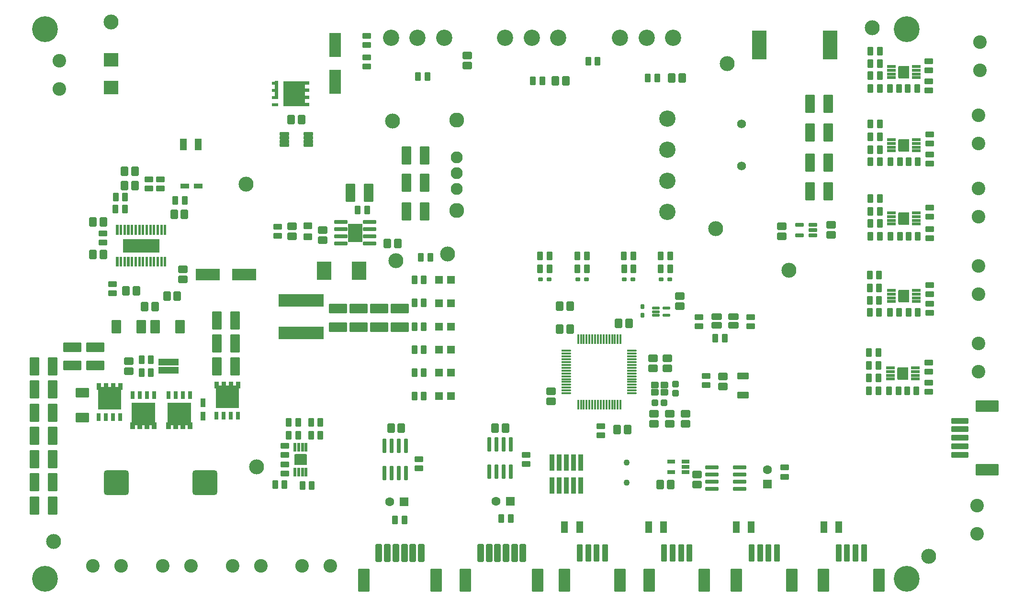
<source format=gts>
G04*
G04 #@! TF.GenerationSoftware,Altium Limited,Altium Designer,20.2.6 (244)*
G04*
G04 Layer_Color=8388736*
%FSLAX25Y25*%
%MOIN*%
G70*
G04*
G04 #@! TF.SameCoordinates,9D63BACA-A2BA-4A5B-992E-1B0141E69424*
G04*
G04*
G04 #@! TF.FilePolarity,Negative*
G04*
G01*
G75*
G04:AMPARAMS|DCode=24|XSize=66.99mil|YSize=128.02mil|CornerRadius=6.72mil|HoleSize=0mil|Usage=FLASHONLY|Rotation=270.000|XOffset=0mil|YOffset=0mil|HoleType=Round|Shape=RoundedRectangle|*
%AMROUNDEDRECTD24*
21,1,0.06699,0.11457,0,0,270.0*
21,1,0.05354,0.12802,0,0,270.0*
1,1,0.01345,-0.05728,-0.02677*
1,1,0.01345,-0.05728,0.02677*
1,1,0.01345,0.05728,0.02677*
1,1,0.01345,0.05728,-0.02677*
%
%ADD24ROUNDEDRECTD24*%
%ADD25R,0.04700X0.08200*%
G04:AMPARAMS|DCode=26|XSize=76.68mil|YSize=88.65mil|CornerRadius=7.45mil|HoleSize=0mil|Usage=FLASHONLY|Rotation=0.000|XOffset=0mil|YOffset=0mil|HoleType=Round|Shape=RoundedRectangle|*
%AMROUNDEDRECTD26*
21,1,0.07668,0.07374,0,0,0.0*
21,1,0.06178,0.08865,0,0,0.0*
1,1,0.01490,0.03089,-0.03687*
1,1,0.01490,-0.03089,-0.03687*
1,1,0.01490,-0.03089,0.03687*
1,1,0.01490,0.03089,0.03687*
%
%ADD26ROUNDEDRECTD26*%
G04:AMPARAMS|DCode=27|XSize=21.72mil|YSize=59.12mil|CornerRadius=3.33mil|HoleSize=0mil|Usage=FLASHONLY|Rotation=90.000|XOffset=0mil|YOffset=0mil|HoleType=Round|Shape=RoundedRectangle|*
%AMROUNDEDRECTD27*
21,1,0.02172,0.05246,0,0,90.0*
21,1,0.01506,0.05912,0,0,90.0*
1,1,0.00666,0.02623,0.00753*
1,1,0.00666,0.02623,-0.00753*
1,1,0.00666,-0.02623,-0.00753*
1,1,0.00666,-0.02623,0.00753*
%
%ADD27ROUNDEDRECTD27*%
G04:AMPARAMS|DCode=28|XSize=78.8mil|YSize=161.48mil|CornerRadius=7.61mil|HoleSize=0mil|Usage=FLASHONLY|Rotation=180.000|XOffset=0mil|YOffset=0mil|HoleType=Round|Shape=RoundedRectangle|*
%AMROUNDEDRECTD28*
21,1,0.07880,0.14626,0,0,180.0*
21,1,0.06358,0.16148,0,0,180.0*
1,1,0.01522,-0.03179,0.07313*
1,1,0.01522,0.03179,0.07313*
1,1,0.01522,0.03179,-0.07313*
1,1,0.01522,-0.03179,-0.07313*
%
%ADD28ROUNDEDRECTD28*%
G04:AMPARAMS|DCode=29|XSize=39.43mil|YSize=122.11mil|CornerRadius=4.66mil|HoleSize=0mil|Usage=FLASHONLY|Rotation=180.000|XOffset=0mil|YOffset=0mil|HoleType=Round|Shape=RoundedRectangle|*
%AMROUNDEDRECTD29*
21,1,0.03943,0.11280,0,0,180.0*
21,1,0.03012,0.12211,0,0,180.0*
1,1,0.00932,-0.01506,0.05640*
1,1,0.00932,0.01506,0.05640*
1,1,0.00932,0.01506,-0.05640*
1,1,0.00932,-0.01506,-0.05640*
%
%ADD29ROUNDEDRECTD29*%
%ADD30R,0.02802X0.05400*%
%ADD31R,0.31500X0.08700*%
%ADD32R,0.10243X0.20085*%
%ADD33R,0.13865X0.04573*%
G04:AMPARAMS|DCode=34|XSize=43.37mil|YSize=126.05mil|CornerRadius=4.95mil|HoleSize=0mil|Usage=FLASHONLY|Rotation=180.000|XOffset=0mil|YOffset=0mil|HoleType=Round|Shape=RoundedRectangle|*
%AMROUNDEDRECTD34*
21,1,0.04337,0.11614,0,0,180.0*
21,1,0.03347,0.12605,0,0,180.0*
1,1,0.00991,-0.01673,0.05807*
1,1,0.00991,0.01673,0.05807*
1,1,0.00991,0.01673,-0.05807*
1,1,0.00991,-0.01673,-0.05807*
%
%ADD34ROUNDEDRECTD34*%
G04:AMPARAMS|DCode=35|XSize=43.37mil|YSize=70.93mil|CornerRadius=5.94mil|HoleSize=0mil|Usage=FLASHONLY|Rotation=270.000|XOffset=0mil|YOffset=0mil|HoleType=Round|Shape=RoundedRectangle|*
%AMROUNDEDRECTD35*
21,1,0.04337,0.05906,0,0,270.0*
21,1,0.03150,0.07093,0,0,270.0*
1,1,0.01187,-0.02953,-0.01575*
1,1,0.01187,-0.02953,0.01575*
1,1,0.01187,0.02953,0.01575*
1,1,0.01187,0.02953,-0.01575*
%
%ADD35ROUNDEDRECTD35*%
G04:AMPARAMS|DCode=36|XSize=53.21mil|YSize=66.99mil|CornerRadius=6.92mil|HoleSize=0mil|Usage=FLASHONLY|Rotation=90.000|XOffset=0mil|YOffset=0mil|HoleType=Round|Shape=RoundedRectangle|*
%AMROUNDEDRECTD36*
21,1,0.05321,0.05315,0,0,90.0*
21,1,0.03937,0.06699,0,0,90.0*
1,1,0.01384,0.02657,0.01968*
1,1,0.01384,0.02657,-0.01968*
1,1,0.01384,-0.02657,-0.01968*
1,1,0.01384,-0.02657,0.01968*
%
%ADD36ROUNDEDRECTD36*%
G04:AMPARAMS|DCode=37|XSize=59.12mil|YSize=39.43mil|CornerRadius=4.66mil|HoleSize=0mil|Usage=FLASHONLY|Rotation=0.000|XOffset=0mil|YOffset=0mil|HoleType=Round|Shape=RoundedRectangle|*
%AMROUNDEDRECTD37*
21,1,0.05912,0.03012,0,0,0.0*
21,1,0.04980,0.03943,0,0,0.0*
1,1,0.00932,0.02490,-0.01506*
1,1,0.00932,-0.02490,-0.01506*
1,1,0.00932,-0.02490,0.01506*
1,1,0.00932,0.02490,0.01506*
%
%ADD37ROUNDEDRECTD37*%
G04:AMPARAMS|DCode=38|XSize=53.21mil|YSize=66.99mil|CornerRadius=6.92mil|HoleSize=0mil|Usage=FLASHONLY|Rotation=0.000|XOffset=0mil|YOffset=0mil|HoleType=Round|Shape=RoundedRectangle|*
%AMROUNDEDRECTD38*
21,1,0.05321,0.05315,0,0,0.0*
21,1,0.03937,0.06699,0,0,0.0*
1,1,0.01384,0.01968,-0.02657*
1,1,0.01384,-0.01968,-0.02657*
1,1,0.01384,-0.01968,0.02657*
1,1,0.01384,0.01968,0.02657*
%
%ADD38ROUNDEDRECTD38*%
%ADD39O,0.06699X0.01581*%
%ADD40O,0.01581X0.06699*%
G04:AMPARAMS|DCode=41|XSize=39.43mil|YSize=122.11mil|CornerRadius=4.66mil|HoleSize=0mil|Usage=FLASHONLY|Rotation=270.000|XOffset=0mil|YOffset=0mil|HoleType=Round|Shape=RoundedRectangle|*
%AMROUNDEDRECTD41*
21,1,0.03943,0.11280,0,0,270.0*
21,1,0.03012,0.12211,0,0,270.0*
1,1,0.00932,-0.05640,-0.01506*
1,1,0.00932,-0.05640,0.01506*
1,1,0.00932,0.05640,0.01506*
1,1,0.00932,0.05640,-0.01506*
%
%ADD41ROUNDEDRECTD41*%
G04:AMPARAMS|DCode=42|XSize=78.8mil|YSize=161.48mil|CornerRadius=7.61mil|HoleSize=0mil|Usage=FLASHONLY|Rotation=270.000|XOffset=0mil|YOffset=0mil|HoleType=Round|Shape=RoundedRectangle|*
%AMROUNDEDRECTD42*
21,1,0.07880,0.14626,0,0,270.0*
21,1,0.06358,0.16148,0,0,270.0*
1,1,0.01522,-0.07313,-0.03179*
1,1,0.01522,-0.07313,0.03179*
1,1,0.01522,0.07313,0.03179*
1,1,0.01522,0.07313,-0.03179*
%
%ADD42ROUNDEDRECTD42*%
G04:AMPARAMS|DCode=43|XSize=59.12mil|YSize=39.43mil|CornerRadius=4.66mil|HoleSize=0mil|Usage=FLASHONLY|Rotation=90.000|XOffset=0mil|YOffset=0mil|HoleType=Round|Shape=RoundedRectangle|*
%AMROUNDEDRECTD43*
21,1,0.05912,0.03012,0,0,90.0*
21,1,0.04980,0.03943,0,0,90.0*
1,1,0.00932,0.01506,0.02490*
1,1,0.00932,0.01506,-0.02490*
1,1,0.00932,-0.01506,-0.02490*
1,1,0.00932,-0.01506,0.02490*
%
%ADD43ROUNDEDRECTD43*%
G04:AMPARAMS|DCode=44|XSize=173.23mil|YSize=173.23mil|CornerRadius=19.68mil|HoleSize=0mil|Usage=FLASHONLY|Rotation=270.000|XOffset=0mil|YOffset=0mil|HoleType=Round|Shape=RoundedRectangle|*
%AMROUNDEDRECTD44*
21,1,0.17323,0.13386,0,0,270.0*
21,1,0.13386,0.17323,0,0,270.0*
1,1,0.03937,-0.06693,-0.06693*
1,1,0.03937,-0.06693,0.06693*
1,1,0.03937,0.06693,0.06693*
1,1,0.03937,0.06693,-0.06693*
%
%ADD44ROUNDEDRECTD44*%
G04:AMPARAMS|DCode=45|XSize=53.21mil|YSize=43.37mil|CornerRadius=4.95mil|HoleSize=0mil|Usage=FLASHONLY|Rotation=180.000|XOffset=0mil|YOffset=0mil|HoleType=Round|Shape=RoundedRectangle|*
%AMROUNDEDRECTD45*
21,1,0.05321,0.03347,0,0,180.0*
21,1,0.04331,0.04337,0,0,180.0*
1,1,0.00991,-0.02165,0.01673*
1,1,0.00991,0.02165,0.01673*
1,1,0.00991,0.02165,-0.01673*
1,1,0.00991,-0.02165,-0.01673*
%
%ADD45ROUNDEDRECTD45*%
G04:AMPARAMS|DCode=46|XSize=31.56mil|YSize=27.62mil|CornerRadius=3.77mil|HoleSize=0mil|Usage=FLASHONLY|Rotation=180.000|XOffset=0mil|YOffset=0mil|HoleType=Round|Shape=RoundedRectangle|*
%AMROUNDEDRECTD46*
21,1,0.03156,0.02008,0,0,180.0*
21,1,0.02402,0.02762,0,0,180.0*
1,1,0.00754,-0.01201,0.01004*
1,1,0.00754,0.01201,0.01004*
1,1,0.00754,0.01201,-0.01004*
1,1,0.00754,-0.01201,-0.01004*
%
%ADD46ROUNDEDRECTD46*%
G04:AMPARAMS|DCode=47|XSize=31.56mil|YSize=27.62mil|CornerRadius=3.77mil|HoleSize=0mil|Usage=FLASHONLY|Rotation=90.000|XOffset=0mil|YOffset=0mil|HoleType=Round|Shape=RoundedRectangle|*
%AMROUNDEDRECTD47*
21,1,0.03156,0.02008,0,0,90.0*
21,1,0.02402,0.02762,0,0,90.0*
1,1,0.00754,0.01004,0.01201*
1,1,0.00754,0.01004,-0.01201*
1,1,0.00754,-0.01004,-0.01201*
1,1,0.00754,-0.01004,0.01201*
%
%ADD47ROUNDEDRECTD47*%
G04:AMPARAMS|DCode=48|XSize=55.18mil|YSize=55.18mil|CornerRadius=7.12mil|HoleSize=0mil|Usage=FLASHONLY|Rotation=180.000|XOffset=0mil|YOffset=0mil|HoleType=Round|Shape=RoundedRectangle|*
%AMROUNDEDRECTD48*
21,1,0.05518,0.04095,0,0,180.0*
21,1,0.04095,0.05518,0,0,180.0*
1,1,0.01424,-0.02047,0.02047*
1,1,0.01424,0.02047,0.02047*
1,1,0.01424,0.02047,-0.02047*
1,1,0.01424,-0.02047,-0.02047*
%
%ADD48ROUNDEDRECTD48*%
G04:AMPARAMS|DCode=49|XSize=90.61mil|YSize=27.62mil|CornerRadius=3.77mil|HoleSize=0mil|Usage=FLASHONLY|Rotation=0.000|XOffset=0mil|YOffset=0mil|HoleType=Round|Shape=RoundedRectangle|*
%AMROUNDEDRECTD49*
21,1,0.09061,0.02008,0,0,0.0*
21,1,0.08307,0.02762,0,0,0.0*
1,1,0.00754,0.04153,-0.01004*
1,1,0.00754,-0.04153,-0.01004*
1,1,0.00754,-0.04153,0.01004*
1,1,0.00754,0.04153,0.01004*
%
%ADD49ROUNDEDRECTD49*%
G04:AMPARAMS|DCode=50|XSize=28.74mil|YSize=55.12mil|CornerRadius=3.83mil|HoleSize=0mil|Usage=FLASHONLY|Rotation=270.000|XOffset=0mil|YOffset=0mil|HoleType=Round|Shape=RoundedRectangle|*
%AMROUNDEDRECTD50*
21,1,0.02874,0.04746,0,0,270.0*
21,1,0.02108,0.05512,0,0,270.0*
1,1,0.00766,-0.02373,-0.01054*
1,1,0.00766,-0.02373,0.01054*
1,1,0.00766,0.02373,0.01054*
1,1,0.00766,0.02373,-0.01054*
%
%ADD50ROUNDEDRECTD50*%
G04:AMPARAMS|DCode=51|XSize=21.72mil|YSize=59.12mil|CornerRadius=3.33mil|HoleSize=0mil|Usage=FLASHONLY|Rotation=0.000|XOffset=0mil|YOffset=0mil|HoleType=Round|Shape=RoundedRectangle|*
%AMROUNDEDRECTD51*
21,1,0.02172,0.05246,0,0,0.0*
21,1,0.01506,0.05912,0,0,0.0*
1,1,0.00666,0.00753,-0.02623*
1,1,0.00666,-0.00753,-0.02623*
1,1,0.00666,-0.00753,0.02623*
1,1,0.00666,0.00753,0.02623*
%
%ADD51ROUNDEDRECTD51*%
G04:AMPARAMS|DCode=52|XSize=76.68mil|YSize=88.65mil|CornerRadius=7.45mil|HoleSize=0mil|Usage=FLASHONLY|Rotation=270.000|XOffset=0mil|YOffset=0mil|HoleType=Round|Shape=RoundedRectangle|*
%AMROUNDEDRECTD52*
21,1,0.07668,0.07374,0,0,270.0*
21,1,0.06178,0.08865,0,0,270.0*
1,1,0.01490,-0.03687,-0.03089*
1,1,0.01490,-0.03687,0.03089*
1,1,0.01490,0.03687,0.03089*
1,1,0.01490,0.03687,-0.03089*
%
%ADD52ROUNDEDRECTD52*%
G04:AMPARAMS|DCode=53|XSize=28.61mil|YSize=97.5mil|CornerRadius=4.46mil|HoleSize=0mil|Usage=FLASHONLY|Rotation=0.000|XOffset=0mil|YOffset=0mil|HoleType=Round|Shape=RoundedRectangle|*
%AMROUNDEDRECTD53*
21,1,0.02861,0.08858,0,0,0.0*
21,1,0.01968,0.09750,0,0,0.0*
1,1,0.00892,0.00984,-0.04429*
1,1,0.00892,-0.00984,-0.04429*
1,1,0.00892,-0.00984,0.04429*
1,1,0.00892,0.00984,0.04429*
%
%ADD53ROUNDEDRECTD53*%
G04:AMPARAMS|DCode=54|XSize=50.85mil|YSize=19.75mil|CornerRadius=3.97mil|HoleSize=0mil|Usage=FLASHONLY|Rotation=0.000|XOffset=0mil|YOffset=0mil|HoleType=Round|Shape=RoundedRectangle|*
%AMROUNDEDRECTD54*
21,1,0.05085,0.01181,0,0,0.0*
21,1,0.04291,0.01975,0,0,0.0*
1,1,0.00794,0.02146,-0.00591*
1,1,0.00794,-0.02146,-0.00591*
1,1,0.00794,-0.02146,0.00591*
1,1,0.00794,0.02146,0.00591*
%
%ADD54ROUNDEDRECTD54*%
%ADD55R,0.09849X0.12605*%
%ADD56C,0.04337*%
G04:AMPARAMS|DCode=57|XSize=43.37mil|YSize=82.74mil|CornerRadius=4.95mil|HoleSize=0mil|Usage=FLASHONLY|Rotation=90.000|XOffset=0mil|YOffset=0mil|HoleType=Round|Shape=RoundedRectangle|*
%AMROUNDEDRECTD57*
21,1,0.04337,0.07284,0,0,90.0*
21,1,0.03347,0.08274,0,0,90.0*
1,1,0.00991,0.03642,0.01673*
1,1,0.00991,0.03642,-0.01673*
1,1,0.00991,-0.03642,-0.01673*
1,1,0.00991,-0.03642,0.01673*
%
%ADD57ROUNDEDRECTD57*%
%ADD58R,0.03300X0.11400*%
%ADD59R,0.10046X0.12802*%
G04:AMPARAMS|DCode=60|XSize=68.96mil|YSize=94.55mil|CornerRadius=6.87mil|HoleSize=0mil|Usage=FLASHONLY|Rotation=180.000|XOffset=0mil|YOffset=0mil|HoleType=Round|Shape=RoundedRectangle|*
%AMROUNDEDRECTD60*
21,1,0.06896,0.08081,0,0,180.0*
21,1,0.05522,0.09455,0,0,180.0*
1,1,0.01374,-0.02761,0.04040*
1,1,0.01374,0.02761,0.04040*
1,1,0.01374,0.02761,-0.04040*
1,1,0.01374,-0.02761,-0.04040*
%
%ADD60ROUNDEDRECTD60*%
G04:AMPARAMS|DCode=61|XSize=63.06mil|YSize=35.5mil|CornerRadius=4.36mil|HoleSize=0mil|Usage=FLASHONLY|Rotation=270.000|XOffset=0mil|YOffset=0mil|HoleType=Round|Shape=RoundedRectangle|*
%AMROUNDEDRECTD61*
21,1,0.06306,0.02677,0,0,270.0*
21,1,0.05433,0.03550,0,0,270.0*
1,1,0.00872,-0.01339,-0.02717*
1,1,0.00872,-0.01339,0.02717*
1,1,0.00872,0.01339,0.02717*
1,1,0.00872,0.01339,-0.02717*
%
%ADD61ROUNDEDRECTD61*%
G04:AMPARAMS|DCode=62|XSize=68.96mil|YSize=94.55mil|CornerRadius=6.87mil|HoleSize=0mil|Usage=FLASHONLY|Rotation=90.000|XOffset=0mil|YOffset=0mil|HoleType=Round|Shape=RoundedRectangle|*
%AMROUNDEDRECTD62*
21,1,0.06896,0.08081,0,0,90.0*
21,1,0.05522,0.09455,0,0,90.0*
1,1,0.01374,0.04040,0.02761*
1,1,0.01374,0.04040,-0.02761*
1,1,0.01374,-0.04040,-0.02761*
1,1,0.01374,-0.04040,0.02761*
%
%ADD62ROUNDEDRECTD62*%
G04:AMPARAMS|DCode=63|XSize=63.06mil|YSize=35.5mil|CornerRadius=4.36mil|HoleSize=0mil|Usage=FLASHONLY|Rotation=180.000|XOffset=0mil|YOffset=0mil|HoleType=Round|Shape=RoundedRectangle|*
%AMROUNDEDRECTD63*
21,1,0.06306,0.02677,0,0,180.0*
21,1,0.05433,0.03550,0,0,180.0*
1,1,0.00872,-0.02717,0.01339*
1,1,0.00872,0.02717,0.01339*
1,1,0.00872,0.02717,-0.01339*
1,1,0.00872,-0.02717,-0.01339*
%
%ADD63ROUNDEDRECTD63*%
G04:AMPARAMS|DCode=64|XSize=94.55mil|YSize=102.43mil|CornerRadius=8.79mil|HoleSize=0mil|Usage=FLASHONLY|Rotation=270.000|XOffset=0mil|YOffset=0mil|HoleType=Round|Shape=RoundedRectangle|*
%AMROUNDEDRECTD64*
21,1,0.09455,0.08484,0,0,270.0*
21,1,0.07697,0.10243,0,0,270.0*
1,1,0.01758,-0.04242,-0.03848*
1,1,0.01758,-0.04242,0.03848*
1,1,0.01758,0.04242,0.03848*
1,1,0.01758,0.04242,-0.03848*
%
%ADD64ROUNDEDRECTD64*%
G04:AMPARAMS|DCode=65|XSize=47.31mil|YSize=43.37mil|CornerRadius=5.94mil|HoleSize=0mil|Usage=FLASHONLY|Rotation=270.000|XOffset=0mil|YOffset=0mil|HoleType=Round|Shape=RoundedRectangle|*
%AMROUNDEDRECTD65*
21,1,0.04731,0.03150,0,0,270.0*
21,1,0.03543,0.04337,0,0,270.0*
1,1,0.01187,-0.01575,-0.01772*
1,1,0.01187,-0.01575,0.01772*
1,1,0.01187,0.01575,0.01772*
1,1,0.01187,0.01575,-0.01772*
%
%ADD65ROUNDEDRECTD65*%
G04:AMPARAMS|DCode=66|XSize=47.31mil|YSize=43.37mil|CornerRadius=5.94mil|HoleSize=0mil|Usage=FLASHONLY|Rotation=180.000|XOffset=0mil|YOffset=0mil|HoleType=Round|Shape=RoundedRectangle|*
%AMROUNDEDRECTD66*
21,1,0.04731,0.03150,0,0,180.0*
21,1,0.03543,0.04337,0,0,180.0*
1,1,0.01187,-0.01772,0.01575*
1,1,0.01187,0.01772,0.01575*
1,1,0.01187,0.01772,-0.01575*
1,1,0.01187,-0.01772,-0.01575*
%
%ADD66ROUNDEDRECTD66*%
G04:AMPARAMS|DCode=67|XSize=66.99mil|YSize=128.02mil|CornerRadius=6.72mil|HoleSize=0mil|Usage=FLASHONLY|Rotation=0.000|XOffset=0mil|YOffset=0mil|HoleType=Round|Shape=RoundedRectangle|*
%AMROUNDEDRECTD67*
21,1,0.06699,0.11457,0,0,0.0*
21,1,0.05354,0.12802,0,0,0.0*
1,1,0.01345,0.02677,-0.05728*
1,1,0.01345,-0.02677,-0.05728*
1,1,0.01345,-0.02677,0.05728*
1,1,0.01345,0.02677,0.05728*
%
%ADD67ROUNDEDRECTD67*%
%ADD68R,0.16542X0.08274*%
%ADD69R,0.08274X0.16542*%
G04:AMPARAMS|DCode=70|XSize=27.62mil|YSize=57.15mil|CornerRadius=3.77mil|HoleSize=0mil|Usage=FLASHONLY|Rotation=90.000|XOffset=0mil|YOffset=0mil|HoleType=Round|Shape=RoundedRectangle|*
%AMROUNDEDRECTD70*
21,1,0.02762,0.04961,0,0,90.0*
21,1,0.02008,0.05715,0,0,90.0*
1,1,0.00754,0.02480,0.01004*
1,1,0.00754,0.02480,-0.01004*
1,1,0.00754,-0.02480,-0.01004*
1,1,0.00754,-0.02480,0.01004*
%
%ADD70ROUNDEDRECTD70*%
G04:AMPARAMS|DCode=71|XSize=65.87mil|YSize=26.9mil|CornerRadius=6.36mil|HoleSize=0mil|Usage=FLASHONLY|Rotation=0.000|XOffset=0mil|YOffset=0mil|HoleType=Round|Shape=RoundedRectangle|*
%AMROUNDEDRECTD71*
21,1,0.06587,0.01417,0,0,0.0*
21,1,0.05315,0.02690,0,0,0.0*
1,1,0.01272,0.02657,-0.00709*
1,1,0.01272,-0.02657,-0.00709*
1,1,0.01272,-0.02657,0.00709*
1,1,0.01272,0.02657,0.00709*
%
%ADD71ROUNDEDRECTD71*%
G04:AMPARAMS|DCode=72|XSize=45.34mil|YSize=63.06mil|CornerRadius=6.13mil|HoleSize=0mil|Usage=FLASHONLY|Rotation=90.000|XOffset=0mil|YOffset=0mil|HoleType=Round|Shape=RoundedRectangle|*
%AMROUNDEDRECTD72*
21,1,0.04534,0.05079,0,0,90.0*
21,1,0.03307,0.06306,0,0,90.0*
1,1,0.01227,0.02539,0.01654*
1,1,0.01227,0.02539,-0.01654*
1,1,0.01227,-0.02539,-0.01654*
1,1,0.01227,-0.02539,0.01654*
%
%ADD72ROUNDEDRECTD72*%
%ADD73C,0.09455*%
%ADD74C,0.10400*%
%ADD75C,0.11325*%
%ADD76C,0.17992*%
%ADD77C,0.10361*%
%ADD78C,0.08353*%
%ADD79C,0.11384*%
%ADD80C,0.06306*%
%ADD81R,0.06306X0.06306*%
%ADD82R,0.06306X0.06306*%
%ADD83C,0.06200*%
%ADD84C,0.02480*%
G36*
X84500Y217551D02*
X82768D01*
Y224402D01*
X84500D01*
Y217551D01*
D02*
G37*
G36*
X81941D02*
X80209D01*
Y224402D01*
X81941D01*
Y217551D01*
D02*
G37*
G36*
X79382D02*
X77650D01*
Y224402D01*
X79382D01*
Y217551D01*
D02*
G37*
G36*
X76823D02*
X75090D01*
Y224402D01*
X76823D01*
Y217551D01*
D02*
G37*
G36*
X74264D02*
X72531D01*
Y224402D01*
X74264D01*
Y217551D01*
D02*
G37*
G36*
X71705D02*
X69972D01*
Y224402D01*
X71705D01*
Y217551D01*
D02*
G37*
G36*
X69146D02*
X67413D01*
Y224402D01*
X69146D01*
Y217551D01*
D02*
G37*
G36*
X66587D02*
X64854D01*
Y224402D01*
X66587D01*
Y217551D01*
D02*
G37*
G36*
X64028D02*
X62295D01*
Y224402D01*
X64028D01*
Y217551D01*
D02*
G37*
G36*
X61468D02*
X59736D01*
Y224402D01*
X61468D01*
Y217551D01*
D02*
G37*
G36*
X58909D02*
X57177D01*
Y224402D01*
X58909D01*
Y217551D01*
D02*
G37*
G36*
X56350D02*
X54618D01*
Y224402D01*
X56350D01*
Y217551D01*
D02*
G37*
G36*
X53791D02*
X52059D01*
Y224402D01*
X53791D01*
Y217551D01*
D02*
G37*
G36*
X51232D02*
X49500D01*
Y224402D01*
X51232D01*
Y217551D01*
D02*
G37*
G36*
X136094Y132602D02*
X135091D01*
Y118823D01*
X118909D01*
Y132602D01*
X117905D01*
Y137406D01*
X121095D01*
Y134610D01*
X122906D01*
Y137406D01*
X126094D01*
Y134610D01*
X127905D01*
Y137406D01*
X131095D01*
Y134610D01*
X132905D01*
Y137406D01*
X136094D01*
Y132602D01*
D02*
G37*
G36*
X54094Y131602D02*
X53091D01*
Y117823D01*
X36909D01*
Y131602D01*
X35906D01*
Y136406D01*
X39094D01*
Y133610D01*
X40905D01*
Y136406D01*
X44094D01*
Y133610D01*
X45906D01*
Y136406D01*
X49095D01*
Y133610D01*
X50906D01*
Y136406D01*
X54094D01*
Y131602D01*
D02*
G37*
G36*
X101591Y108886D02*
X102594D01*
Y104083D01*
X99405D01*
Y106878D01*
X97594D01*
Y104083D01*
X94406D01*
Y106878D01*
X92594D01*
Y104083D01*
X89406D01*
Y106878D01*
X87594D01*
Y104083D01*
X84405D01*
Y108886D01*
X85409D01*
Y122665D01*
X101591D01*
Y108886D01*
D02*
G37*
G36*
X76591D02*
X77595D01*
Y104083D01*
X74405D01*
Y106878D01*
X72594D01*
Y104083D01*
X69406D01*
Y106878D01*
X67594D01*
Y104083D01*
X64406D01*
Y106878D01*
X62594D01*
Y104083D01*
X59405D01*
Y108886D01*
X60409D01*
Y122665D01*
X76591D01*
Y108886D01*
D02*
G37*
G36*
X162240Y334299D02*
X157909D01*
Y336268D01*
X159878D01*
Y339299D01*
X157909D01*
Y341268D01*
X159878D01*
Y344299D01*
X157909D01*
Y346268D01*
X159878D01*
Y346898D01*
X162240D01*
Y334299D01*
D02*
G37*
G36*
Y329299D02*
X157909D01*
Y331268D01*
X162240D01*
Y329299D01*
D02*
G37*
G36*
X184091Y344102D02*
X180941D01*
Y341465D01*
X184091D01*
Y339102D01*
X180941D01*
Y336465D01*
X184091D01*
Y334102D01*
X180941D01*
Y331465D01*
X184091D01*
Y329102D01*
X166177D01*
Y346465D01*
X184091D01*
Y344102D01*
D02*
G37*
G36*
X84500Y239598D02*
X82768D01*
Y246449D01*
X84500D01*
Y239598D01*
D02*
G37*
G36*
X81941D02*
X80209D01*
Y246449D01*
X81941D01*
Y239598D01*
D02*
G37*
G36*
X79382D02*
X77650D01*
Y246449D01*
X79382D01*
Y239598D01*
D02*
G37*
G36*
X76823D02*
X75090D01*
Y246449D01*
X76823D01*
Y239598D01*
D02*
G37*
G36*
X74264D02*
X72531D01*
Y246449D01*
X74264D01*
Y239598D01*
D02*
G37*
G36*
X71705D02*
X69972D01*
Y246449D01*
X71705D01*
Y239598D01*
D02*
G37*
G36*
X69146D02*
X67413D01*
Y246449D01*
X69146D01*
Y239598D01*
D02*
G37*
G36*
X66587D02*
X64854D01*
Y246449D01*
X66587D01*
Y239598D01*
D02*
G37*
G36*
X64028D02*
X62295D01*
Y246449D01*
X64028D01*
Y239598D01*
D02*
G37*
G36*
X61468D02*
X59736D01*
Y246449D01*
X61468D01*
Y239598D01*
D02*
G37*
G36*
X58909D02*
X57177D01*
Y246449D01*
X58909D01*
Y239598D01*
D02*
G37*
G36*
X56350D02*
X54618D01*
Y246449D01*
X56350D01*
Y239598D01*
D02*
G37*
G36*
X53791D02*
X52059D01*
Y246449D01*
X53791D01*
Y239598D01*
D02*
G37*
G36*
X51232D02*
X49500D01*
Y246449D01*
X51232D01*
Y239598D01*
D02*
G37*
G36*
X79716Y227276D02*
X54283D01*
Y236724D01*
X79716D01*
Y227276D01*
D02*
G37*
D24*
X204000Y175383D02*
D03*
Y188178D02*
D03*
X218333Y175383D02*
D03*
Y188178D02*
D03*
X247000D02*
D03*
Y175383D02*
D03*
X232667Y188178D02*
D03*
Y175383D02*
D03*
X19000Y148602D02*
D03*
Y161398D02*
D03*
X35000Y148602D02*
D03*
Y161398D02*
D03*
D25*
X106750Y302500D02*
D03*
X96250D02*
D03*
X361750Y36000D02*
D03*
X372250D02*
D03*
X420250D02*
D03*
X430750D02*
D03*
X481250D02*
D03*
X491750D02*
D03*
X542250D02*
D03*
X552750D02*
D03*
D26*
X598000Y251000D02*
D03*
X597500Y143000D02*
D03*
X598000Y302000D02*
D03*
Y197000D02*
D03*
Y353000D02*
D03*
D27*
X606661Y247161D02*
D03*
Y249721D02*
D03*
Y252279D02*
D03*
Y254839D02*
D03*
X589339Y247161D02*
D03*
Y249721D02*
D03*
Y252279D02*
D03*
Y254839D02*
D03*
X588839Y146839D02*
D03*
Y144280D02*
D03*
Y141720D02*
D03*
Y139161D02*
D03*
X606161Y146839D02*
D03*
Y144280D02*
D03*
Y141720D02*
D03*
Y139161D02*
D03*
X589339Y305839D02*
D03*
Y303279D02*
D03*
Y300721D02*
D03*
Y298161D02*
D03*
X606661Y305839D02*
D03*
Y303279D02*
D03*
Y300721D02*
D03*
Y298161D02*
D03*
X589339Y200839D02*
D03*
Y198280D02*
D03*
Y195721D02*
D03*
Y193161D02*
D03*
X606661Y200839D02*
D03*
Y198280D02*
D03*
Y195721D02*
D03*
Y193161D02*
D03*
X589339Y356839D02*
D03*
Y354279D02*
D03*
Y351720D02*
D03*
Y349161D02*
D03*
X606661Y356839D02*
D03*
Y354279D02*
D03*
Y351720D02*
D03*
Y349161D02*
D03*
D28*
X542000Y-1000D02*
D03*
X580583D02*
D03*
X520000D02*
D03*
X481417D02*
D03*
X459146Y-975D02*
D03*
X420563D02*
D03*
X400335D02*
D03*
X361752D02*
D03*
X272335D02*
D03*
X221941D02*
D03*
X292752D02*
D03*
X343146D02*
D03*
D29*
X558437Y17976D02*
D03*
X564342D02*
D03*
X570248D02*
D03*
X552531D02*
D03*
X491949D02*
D03*
X509665D02*
D03*
X503760D02*
D03*
X497854D02*
D03*
X431095Y18000D02*
D03*
X448811D02*
D03*
X442906D02*
D03*
X437000D02*
D03*
X372284D02*
D03*
X390000D02*
D03*
X384095D02*
D03*
X378189D02*
D03*
D30*
X52500Y112488D02*
D03*
X47500D02*
D03*
X42500D02*
D03*
X37500D02*
D03*
X61000Y128000D02*
D03*
X66000D02*
D03*
X71000D02*
D03*
X76000D02*
D03*
X86000D02*
D03*
X91000D02*
D03*
X96000D02*
D03*
X101000D02*
D03*
X119500Y113488D02*
D03*
X124500D02*
D03*
X129500D02*
D03*
X134500D02*
D03*
D31*
X178500Y171250D02*
D03*
Y193750D02*
D03*
D32*
X546606Y372000D02*
D03*
X497394D02*
D03*
D33*
X86000Y145134D02*
D03*
Y150866D02*
D03*
D34*
X250189Y18000D02*
D03*
X238378D02*
D03*
X256095D02*
D03*
X262000D02*
D03*
X244284D02*
D03*
X232472D02*
D03*
X303284D02*
D03*
X315094D02*
D03*
X332811D02*
D03*
X326905D02*
D03*
X309189D02*
D03*
X321000D02*
D03*
D35*
X467594Y176547D02*
D03*
X479405D02*
D03*
Y182453D02*
D03*
X467594D02*
D03*
D36*
X433500Y153524D02*
D03*
X423500D02*
D03*
X424000Y115024D02*
D03*
X435000D02*
D03*
X446000D02*
D03*
X294000Y364524D02*
D03*
Y357476D02*
D03*
X58500Y151524D02*
D03*
Y144476D02*
D03*
X454000Y72524D02*
D03*
Y65476D02*
D03*
X442000Y189976D02*
D03*
Y197024D02*
D03*
X472000Y141024D02*
D03*
Y133976D02*
D03*
X446000Y107976D02*
D03*
X352500Y123476D02*
D03*
Y130524D02*
D03*
X424000Y107976D02*
D03*
X435000D02*
D03*
X423500Y146476D02*
D03*
X433500D02*
D03*
X513000Y238476D02*
D03*
Y245524D02*
D03*
X547500Y239476D02*
D03*
Y246524D02*
D03*
X193500Y243024D02*
D03*
Y235976D02*
D03*
X172000Y238476D02*
D03*
Y245524D02*
D03*
X96000Y208476D02*
D03*
Y215524D02*
D03*
D37*
X460500Y134752D02*
D03*
X615500Y360748D02*
D03*
Y354252D02*
D03*
X515000Y71051D02*
D03*
Y77547D02*
D03*
X167000Y86252D02*
D03*
Y92748D02*
D03*
Y79748D02*
D03*
Y73252D02*
D03*
X260500Y83248D02*
D03*
Y76752D02*
D03*
X335000Y86248D02*
D03*
Y79752D02*
D03*
X460500Y141248D02*
D03*
X387000Y106248D02*
D03*
Y99752D02*
D03*
X491500Y182248D02*
D03*
Y175752D02*
D03*
X455500D02*
D03*
Y182248D02*
D03*
X616000Y237252D02*
D03*
Y243748D02*
D03*
Y252252D02*
D03*
Y258748D02*
D03*
X615500Y130252D02*
D03*
Y136748D02*
D03*
Y144252D02*
D03*
Y150748D02*
D03*
X616000Y289252D02*
D03*
Y295748D02*
D03*
Y303252D02*
D03*
Y309748D02*
D03*
Y185252D02*
D03*
Y191748D02*
D03*
Y198252D02*
D03*
Y204748D02*
D03*
X615500Y340252D02*
D03*
Y346748D02*
D03*
X162000Y245248D02*
D03*
Y238752D02*
D03*
X72500Y278248D02*
D03*
Y271752D02*
D03*
X80500Y278248D02*
D03*
Y271752D02*
D03*
X40500Y234252D02*
D03*
Y240748D02*
D03*
X47000Y205248D02*
D03*
Y198752D02*
D03*
X224000Y378248D02*
D03*
Y371752D02*
D03*
Y363248D02*
D03*
Y356752D02*
D03*
D38*
X405524Y104000D02*
D03*
X69476Y189500D02*
D03*
X76524D02*
D03*
X92024Y197000D02*
D03*
X84976D02*
D03*
X428476Y65500D02*
D03*
X435524D02*
D03*
X248024Y105000D02*
D03*
X240976D02*
D03*
X320524D02*
D03*
X313476D02*
D03*
X365524Y190000D02*
D03*
X358476D02*
D03*
X398476Y104000D02*
D03*
X358476Y174000D02*
D03*
X365524D02*
D03*
X399476Y178000D02*
D03*
X406524D02*
D03*
X355476Y347000D02*
D03*
X362524D02*
D03*
X436476Y349000D02*
D03*
X443524D02*
D03*
X238476Y233500D02*
D03*
X245524D02*
D03*
X62524Y274000D02*
D03*
X55476D02*
D03*
X62524Y284000D02*
D03*
X55476D02*
D03*
X63524Y200500D02*
D03*
X56476D02*
D03*
X40524Y226000D02*
D03*
X33476D02*
D03*
X40524Y248500D02*
D03*
X33476D02*
D03*
X89976Y254000D02*
D03*
X97024D02*
D03*
X178524Y320000D02*
D03*
X171476D02*
D03*
D39*
X408835Y129236D02*
D03*
Y152858D02*
D03*
X363165Y129236D02*
D03*
X408835Y131205D02*
D03*
Y133173D02*
D03*
Y135142D02*
D03*
Y137110D02*
D03*
Y139079D02*
D03*
Y141047D02*
D03*
Y143016D02*
D03*
Y144984D02*
D03*
Y146953D02*
D03*
Y148921D02*
D03*
Y150890D02*
D03*
Y154827D02*
D03*
Y156795D02*
D03*
Y158764D02*
D03*
X363165D02*
D03*
Y156795D02*
D03*
Y154827D02*
D03*
Y152858D02*
D03*
Y150890D02*
D03*
Y148921D02*
D03*
Y146953D02*
D03*
Y144984D02*
D03*
Y143016D02*
D03*
Y141047D02*
D03*
Y139079D02*
D03*
Y137110D02*
D03*
Y135142D02*
D03*
Y133173D02*
D03*
Y131205D02*
D03*
D40*
X396827Y166835D02*
D03*
X371236D02*
D03*
X400764Y121165D02*
D03*
Y166835D02*
D03*
X398795D02*
D03*
X394858D02*
D03*
X392890D02*
D03*
X390921D02*
D03*
X388953D02*
D03*
X386984D02*
D03*
X385016D02*
D03*
X383047D02*
D03*
X381079D02*
D03*
X379110D02*
D03*
X377142D02*
D03*
X375173D02*
D03*
X373205D02*
D03*
X371236Y121165D02*
D03*
X373205D02*
D03*
X375173D02*
D03*
X377142D02*
D03*
X379110D02*
D03*
X381079D02*
D03*
X383047D02*
D03*
X385016D02*
D03*
X386984D02*
D03*
X388953D02*
D03*
X390921D02*
D03*
X392890D02*
D03*
X394858D02*
D03*
X396827D02*
D03*
X398795D02*
D03*
D41*
X637000Y92283D02*
D03*
Y110000D02*
D03*
Y104095D02*
D03*
Y86378D02*
D03*
Y98189D02*
D03*
D42*
X655975Y120335D02*
D03*
Y75846D02*
D03*
D43*
X266248Y350000D02*
D03*
X259752D02*
D03*
X97248Y263500D02*
D03*
X90752D02*
D03*
X588252Y341500D02*
D03*
X594748D02*
D03*
X344752Y225000D02*
D03*
X351248D02*
D03*
X370752D02*
D03*
X377248D02*
D03*
X409547D02*
D03*
X403051D02*
D03*
X435248D02*
D03*
X428752D02*
D03*
X351248Y216000D02*
D03*
X344752D02*
D03*
X377248D02*
D03*
X370752D02*
D03*
X403252D02*
D03*
X409748D02*
D03*
X428752D02*
D03*
X435248D02*
D03*
X185252Y109000D02*
D03*
X191748D02*
D03*
Y100000D02*
D03*
X185252D02*
D03*
X176248Y109000D02*
D03*
X169752D02*
D03*
X176248Y100000D02*
D03*
X169752D02*
D03*
X166748Y65500D02*
D03*
X160252D02*
D03*
X179252Y65000D02*
D03*
X185748D02*
D03*
X243752Y41000D02*
D03*
X250248D02*
D03*
X317752Y42000D02*
D03*
X324248D02*
D03*
X473248Y167500D02*
D03*
X466752D02*
D03*
X581248Y265000D02*
D03*
X574752D02*
D03*
X595248Y238500D02*
D03*
X588752D02*
D03*
X601252D02*
D03*
X607748D02*
D03*
X574752Y256000D02*
D03*
X581248D02*
D03*
Y238500D02*
D03*
X574752D02*
D03*
X581248Y247500D02*
D03*
X574752D02*
D03*
X580248Y157500D02*
D03*
X573752D02*
D03*
X581248Y317000D02*
D03*
X574752D02*
D03*
X594248Y131000D02*
D03*
X587752D02*
D03*
X600252D02*
D03*
X606748D02*
D03*
X595248Y290500D02*
D03*
X588752D02*
D03*
X601252D02*
D03*
X607748D02*
D03*
X573752Y148500D02*
D03*
X580248D02*
D03*
X574752Y308000D02*
D03*
X581248D02*
D03*
X580248Y131000D02*
D03*
X573752D02*
D03*
X581248Y290500D02*
D03*
X574752D02*
D03*
X580248Y140000D02*
D03*
X573752D02*
D03*
X581248Y299000D02*
D03*
X574752D02*
D03*
X580748Y211500D02*
D03*
X574252D02*
D03*
X581248Y367500D02*
D03*
X574752D02*
D03*
X594748Y185500D02*
D03*
X588252D02*
D03*
X601252D02*
D03*
X607748D02*
D03*
X600752Y341500D02*
D03*
X607248D02*
D03*
X574252Y202500D02*
D03*
X580748D02*
D03*
X574752Y359000D02*
D03*
X581248D02*
D03*
X580748Y185500D02*
D03*
X574252D02*
D03*
X581248Y341500D02*
D03*
X574752D02*
D03*
X580748Y194000D02*
D03*
X574252D02*
D03*
X581248Y350500D02*
D03*
X574752D02*
D03*
X263852Y127100D02*
D03*
X257356D02*
D03*
X263703Y208100D02*
D03*
X257207D02*
D03*
X261752Y224000D02*
D03*
X268248D02*
D03*
X339752Y347000D02*
D03*
X346248D02*
D03*
X263703Y143600D02*
D03*
X257207D02*
D03*
X419752Y349000D02*
D03*
X426248D02*
D03*
X384748Y360500D02*
D03*
X378252D02*
D03*
X217752Y257000D02*
D03*
X224248D02*
D03*
X263703Y159472D02*
D03*
X257207D02*
D03*
X73748Y152500D02*
D03*
X67252D02*
D03*
X73748Y143500D02*
D03*
X67252D02*
D03*
X49252Y266000D02*
D03*
X55748D02*
D03*
X263703Y175515D02*
D03*
X257207D02*
D03*
X55548Y257500D02*
D03*
X49052D02*
D03*
X263703Y192100D02*
D03*
X257207D02*
D03*
D44*
X111406Y67000D02*
D03*
X49595D02*
D03*
D45*
X424653Y129941D02*
D03*
Y135059D02*
D03*
X431347D02*
D03*
Y129941D02*
D03*
D46*
X345008Y208500D02*
D03*
X350992D02*
D03*
X371008D02*
D03*
X376992D02*
D03*
X409492D02*
D03*
X403508D02*
D03*
X434992D02*
D03*
X429008D02*
D03*
D47*
X416000Y189492D02*
D03*
Y183508D02*
D03*
D48*
X282589Y127100D02*
D03*
X274321D02*
D03*
Y208100D02*
D03*
X282589D02*
D03*
Y143600D02*
D03*
X274321D02*
D03*
X282589Y159500D02*
D03*
X274321D02*
D03*
X282589Y175700D02*
D03*
X274321D02*
D03*
X282589Y191900D02*
D03*
X274321D02*
D03*
D49*
X483744Y77500D02*
D03*
Y72500D02*
D03*
Y67500D02*
D03*
Y62500D02*
D03*
X464256D02*
D03*
Y67500D02*
D03*
Y72500D02*
D03*
Y77500D02*
D03*
X205900Y233500D02*
D03*
Y238500D02*
D03*
Y243500D02*
D03*
Y248500D02*
D03*
X226100D02*
D03*
Y243500D02*
D03*
Y238500D02*
D03*
Y233500D02*
D03*
D50*
X435965Y74260D02*
D03*
Y81740D02*
D03*
X446035D02*
D03*
Y78000D02*
D03*
Y74260D02*
D03*
D51*
X181839Y91661D02*
D03*
X179279D02*
D03*
X176720D02*
D03*
X174161D02*
D03*
X181839Y74339D02*
D03*
X179279D02*
D03*
X176720D02*
D03*
X174161D02*
D03*
D52*
X178000Y83000D02*
D03*
D53*
X251500Y92449D02*
D03*
X246500D02*
D03*
X241500D02*
D03*
X236500D02*
D03*
X251500Y73551D02*
D03*
X246500D02*
D03*
X241500D02*
D03*
X236500D02*
D03*
X324500Y93449D02*
D03*
X319500D02*
D03*
X314500D02*
D03*
X309500D02*
D03*
X324500Y74551D02*
D03*
X319500D02*
D03*
X314500D02*
D03*
X309500D02*
D03*
D54*
X432780Y188559D02*
D03*
Y183441D02*
D03*
X425220D02*
D03*
Y186000D02*
D03*
Y188559D02*
D03*
D55*
X216000Y241000D02*
D03*
D56*
X405000Y67000D02*
D03*
Y81000D02*
D03*
D57*
X486000Y141193D02*
D03*
Y127807D02*
D03*
D58*
X353000Y65000D02*
D03*
Y81000D02*
D03*
X358000Y65000D02*
D03*
Y81000D02*
D03*
X363000Y65000D02*
D03*
Y81000D02*
D03*
X368000Y65000D02*
D03*
Y81000D02*
D03*
X373000Y65000D02*
D03*
Y81000D02*
D03*
D59*
X218705Y214500D02*
D03*
X194295D02*
D03*
D60*
X67161Y175500D02*
D03*
X49839D02*
D03*
X76839D02*
D03*
X94161D02*
D03*
D61*
X110000Y122724D02*
D03*
Y113276D02*
D03*
D62*
X26000Y112339D02*
D03*
Y129661D02*
D03*
D63*
X106724Y273500D02*
D03*
X97276D02*
D03*
D64*
X46000Y342354D02*
D03*
Y361646D02*
D03*
D65*
X431150Y122500D02*
D03*
X424850D02*
D03*
D66*
X439000Y129350D02*
D03*
Y135650D02*
D03*
D67*
X532602Y270000D02*
D03*
X545398D02*
D03*
X532602Y290000D02*
D03*
X545398D02*
D03*
X532602Y311000D02*
D03*
X545398D02*
D03*
X532602Y331000D02*
D03*
X545398D02*
D03*
X264398Y256000D02*
D03*
X251602D02*
D03*
X264398Y276000D02*
D03*
X251602D02*
D03*
X264398Y295000D02*
D03*
X251602D02*
D03*
X225398Y269000D02*
D03*
X212602D02*
D03*
X-7398Y51000D02*
D03*
X5398D02*
D03*
Y67167D02*
D03*
X-7398D02*
D03*
X5398Y83333D02*
D03*
X-7398D02*
D03*
Y99500D02*
D03*
X5398D02*
D03*
Y115667D02*
D03*
X-7398D02*
D03*
X5398Y131833D02*
D03*
X-7398D02*
D03*
X119602Y148000D02*
D03*
X132398D02*
D03*
X119602Y164000D02*
D03*
X132398D02*
D03*
X119602Y180000D02*
D03*
X132398D02*
D03*
X-7398Y148000D02*
D03*
X5398D02*
D03*
D68*
X113221Y212000D02*
D03*
X138811D02*
D03*
D69*
X202000Y371779D02*
D03*
Y346189D02*
D03*
D70*
X534665Y239260D02*
D03*
Y243000D02*
D03*
Y246740D02*
D03*
X525335D02*
D03*
Y239260D02*
D03*
D71*
X166535Y309839D02*
D03*
Y307279D02*
D03*
Y304720D02*
D03*
Y302161D02*
D03*
X183465D02*
D03*
Y304720D02*
D03*
Y307279D02*
D03*
Y309839D02*
D03*
D72*
X183000Y245760D02*
D03*
Y238240D02*
D03*
D73*
X649000Y31157D02*
D03*
Y50842D02*
D03*
X10000Y360842D02*
D03*
Y341158D02*
D03*
X150228Y9000D02*
D03*
X130543D02*
D03*
X179157D02*
D03*
X198843D02*
D03*
X81929D02*
D03*
X101614D02*
D03*
X33315D02*
D03*
X53000D02*
D03*
X650000Y163842D02*
D03*
Y144158D02*
D03*
Y218000D02*
D03*
Y198315D02*
D03*
Y271843D02*
D03*
Y252157D02*
D03*
Y323000D02*
D03*
Y303315D02*
D03*
X651000Y373843D02*
D03*
Y354157D02*
D03*
D74*
X140000Y275000D02*
D03*
X6000Y26000D02*
D03*
X147500Y78000D02*
D03*
X475000Y359000D02*
D03*
X242000Y319000D02*
D03*
X46000Y388000D02*
D03*
X280455Y226100D02*
D03*
X244500Y221500D02*
D03*
X615500Y15500D02*
D03*
X518000Y215000D02*
D03*
X467000Y244000D02*
D03*
X576000Y384000D02*
D03*
D75*
X240992Y377000D02*
D03*
X259496D02*
D03*
X278000D02*
D03*
X357504D02*
D03*
X339000D02*
D03*
X320496D02*
D03*
X437504D02*
D03*
X419000D02*
D03*
X400496D02*
D03*
D76*
X600000Y0D02*
D03*
X0D02*
D03*
X600000Y383000D02*
D03*
X0D02*
D03*
D77*
X286772Y319496D02*
D03*
Y256504D02*
D03*
D78*
Y293433D02*
D03*
Y282567D02*
D03*
Y271740D02*
D03*
D79*
X433228Y320480D02*
D03*
Y298827D02*
D03*
Y277173D02*
D03*
Y255520D02*
D03*
D80*
X503000Y76000D02*
D03*
X239976Y53709D02*
D03*
X314000Y54000D02*
D03*
D81*
X503000Y66000D02*
D03*
D82*
X249976Y53709D02*
D03*
X324000Y54000D02*
D03*
D83*
X485000Y287472D02*
D03*
Y317000D02*
D03*
D84*
X213441Y241000D02*
D03*
X218559D02*
D03*
Y236669D02*
D03*
X213441D02*
D03*
Y245331D02*
D03*
X218559D02*
D03*
M02*

</source>
